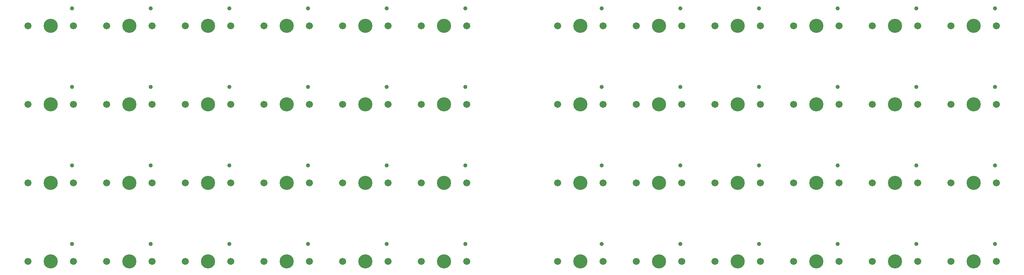
<source format=gbr>
%TF.GenerationSoftware,Novarm,DipTrace,4.3.0.4*%
%TF.CreationDate,2023-07-28T17:08:00+01:00*%
%FSLAX26Y26*%
%MOIN*%
%TF.FileFunction,NonPlated,1,2,NPTH,Drill*%
%TF.Part,Single*%
%TA.AperFunction,MechanicalDrill*%
%ADD54C,0.067*%
%ADD55C,0.135*%
%ADD56C,0.039*%
G75*
G01*
D54*
X3027165Y1593307D3*
D55*
X3243701D3*
D56*
X3449213Y1758661D3*
D54*
X3460236Y1593307D3*
X8077165Y843307D3*
D55*
X8293701D3*
D56*
X8499213Y1008661D3*
D54*
X8510236Y843307D3*
X3027165Y2343307D3*
D55*
X3243701D3*
D56*
X3449213Y2508661D3*
D54*
X3460236Y2343307D3*
X3777165D3*
D55*
X3993701D3*
D56*
X4199213Y2508661D3*
D54*
X4210236Y2343307D3*
X7327165Y3093307D3*
D55*
X7543701D3*
D56*
X7749213Y3258661D3*
D54*
X7760236Y3093307D3*
X8827165Y1593307D3*
D55*
X9043701D3*
D56*
X9249213Y1758661D3*
D54*
X9260236Y1593307D3*
X7327165D3*
D55*
X7543701D3*
D56*
X7749213Y1758661D3*
D54*
X7760236Y1593307D3*
X4527165D3*
D55*
X4743701D3*
D56*
X4949213Y1758661D3*
D54*
X4960236Y1593307D3*
X3027165Y3093307D3*
D55*
X3243701D3*
D56*
X3449213Y3258661D3*
D54*
X3460236Y3093307D3*
X7327165Y2343307D3*
D55*
X7543701D3*
D56*
X7749213Y2508661D3*
D54*
X7760236Y2343307D3*
X9577165D3*
D55*
X9793701D3*
D56*
X9999213Y2508661D3*
D54*
X10010236Y2343307D3*
X5827165Y1593307D3*
D55*
X6043701D3*
D56*
X6249213Y1758661D3*
D54*
X6260236Y1593307D3*
X3777165D3*
D55*
X3993701D3*
D56*
X4199213Y1758661D3*
D54*
X4210236Y1593307D3*
X3777165Y843307D3*
D55*
X3993701D3*
D56*
X4199213Y1008661D3*
D54*
X4210236Y843307D3*
X1527165Y3093307D3*
D55*
X1743701D3*
D56*
X1949213Y3258661D3*
D54*
X1960236Y3093307D3*
X8077165Y1593307D3*
D55*
X8293701D3*
D56*
X8499213Y1758661D3*
D54*
X8510236Y1593307D3*
X8827165Y3093307D3*
D55*
X9043701D3*
D56*
X9249213Y3258661D3*
D54*
X9260236Y3093307D3*
X1527165Y843307D3*
D55*
X1743701D3*
D56*
X1949213Y1008661D3*
D54*
X1960236Y843307D3*
X5827165Y3093307D3*
D55*
X6043701D3*
D56*
X6249213Y3258661D3*
D54*
X6260236Y3093307D3*
X6577165D3*
D55*
X6793701D3*
D56*
X6999213Y3258661D3*
D54*
X7010236Y3093307D3*
X4527165D3*
D55*
X4743701D3*
D56*
X4949213Y3258661D3*
D54*
X4960236Y3093307D3*
X8827165Y2343307D3*
D55*
X9043701D3*
D56*
X9249213Y2508661D3*
D54*
X9260236Y2343307D3*
X1527165D3*
D55*
X1743701D3*
D56*
X1949213Y2508661D3*
D54*
X1960236Y2343307D3*
X1527165Y1593307D3*
D55*
X1743701D3*
D56*
X1949213Y1758661D3*
D54*
X1960236Y1593307D3*
X8827165Y843307D3*
D55*
X9043701D3*
D56*
X9249213Y1008661D3*
D54*
X9260236Y843307D3*
X2277165Y3093307D3*
D55*
X2493701D3*
D56*
X2699213Y3258661D3*
D54*
X2710236Y3093307D3*
X3027165Y843307D3*
D55*
X3243701D3*
D56*
X3449213Y1008661D3*
D54*
X3460236Y843307D3*
X4527165D3*
D55*
X4743701D3*
D56*
X4949213Y1008661D3*
D54*
X4960236Y843307D3*
X2277165Y1593307D3*
D55*
X2493701D3*
D56*
X2699213Y1758661D3*
D54*
X2710236Y1593307D3*
X8077165Y3093307D3*
D55*
X8293701D3*
D56*
X8499213Y3258661D3*
D54*
X8510236Y3093307D3*
X9577165Y843307D3*
D55*
X9793701D3*
D56*
X9999213Y1008661D3*
D54*
X10010236Y843307D3*
X777165Y1593307D3*
D55*
X993701D3*
D56*
X1199213Y1758661D3*
D54*
X1210236Y1593307D3*
X4527165Y2343307D3*
D55*
X4743701D3*
D56*
X4949213Y2508661D3*
D54*
X4960236Y2343307D3*
X6577165Y1593307D3*
D55*
X6793701D3*
D56*
X6999213Y1758661D3*
D54*
X7010236Y1593307D3*
X6577165Y843307D3*
D55*
X6793701D3*
D56*
X6999213Y1008661D3*
D54*
X7010236Y843307D3*
X5827165D3*
D55*
X6043701D3*
D56*
X6249213Y1008661D3*
D54*
X6260236Y843307D3*
X777165Y3093307D3*
D55*
X993701D3*
D56*
X1199213Y3258661D3*
D54*
X1210236Y3093307D3*
X8077165Y2343307D3*
D55*
X8293701D3*
D56*
X8499213Y2508661D3*
D54*
X8510236Y2343307D3*
X7327165Y843307D3*
D55*
X7543701D3*
D56*
X7749213Y1008661D3*
D54*
X7760236Y843307D3*
X5827165Y2343307D3*
D55*
X6043701D3*
D56*
X6249213Y2508661D3*
D54*
X6260236Y2343307D3*
X3777165Y3093307D3*
D55*
X3993701D3*
D56*
X4199213Y3258661D3*
D54*
X4210236Y3093307D3*
X2277165Y2343307D3*
D55*
X2493701D3*
D56*
X2699213Y2508661D3*
D54*
X2710236Y2343307D3*
X2277165Y843307D3*
D55*
X2493701D3*
D56*
X2699213Y1008661D3*
D54*
X2710236Y843307D3*
X9577165Y1593307D3*
D55*
X9793701D3*
D56*
X9999213Y1758661D3*
D54*
X10010236Y1593307D3*
X9577165Y3093307D3*
D55*
X9793701D3*
D56*
X9999213Y3258661D3*
D54*
X10010236Y3093307D3*
X777165Y2343307D3*
D55*
X993701D3*
D56*
X1199213Y2508661D3*
D54*
X1210236Y2343307D3*
X777165Y843307D3*
D55*
X993701D3*
D56*
X1199213Y1008661D3*
D54*
X1210236Y843307D3*
X6577165Y2343307D3*
D55*
X6793701D3*
D56*
X6999213Y2508661D3*
D54*
X7010236Y2343307D3*
M02*

</source>
